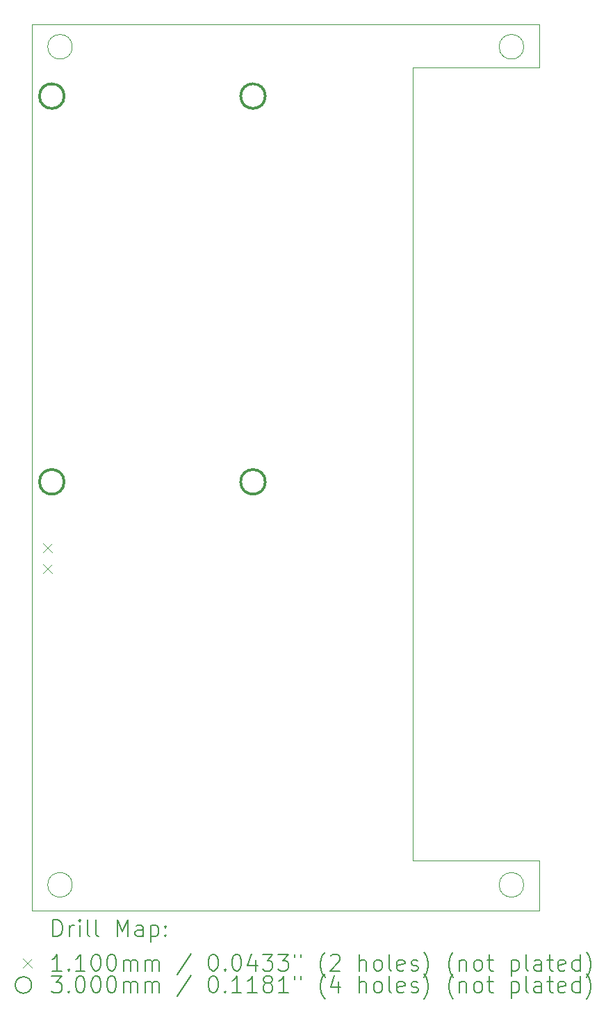
<source format=gbr>
%TF.GenerationSoftware,KiCad,Pcbnew,7.0.7*%
%TF.CreationDate,2024-02-25T20:38:04+01:00*%
%TF.ProjectId,TFT_tactil_screen,5446545f-7461-4637-9469-6c5f73637265,rev?*%
%TF.SameCoordinates,Original*%
%TF.FileFunction,Drillmap*%
%TF.FilePolarity,Positive*%
%FSLAX45Y45*%
G04 Gerber Fmt 4.5, Leading zero omitted, Abs format (unit mm)*
G04 Created by KiCad (PCBNEW 7.0.7) date 2024-02-25 20:38:04*
%MOMM*%
%LPD*%
G01*
G04 APERTURE LIST*
%ADD10C,0.100000*%
%ADD11C,0.200000*%
%ADD12C,0.110000*%
%ADD13C,0.300000*%
G04 APERTURE END LIST*
D10*
X3950000Y-3900000D02*
G75*
G03*
X3950000Y-3900000I-150000J0D01*
G01*
X9450000Y-3900000D02*
G75*
G03*
X9450000Y-3900000I-150000J0D01*
G01*
X3950000Y-14100000D02*
G75*
G03*
X3950000Y-14100000I-150000J0D01*
G01*
X9450000Y-14100000D02*
G75*
G03*
X9450000Y-14100000I-150000J0D01*
G01*
X9640000Y-3630000D02*
X3460000Y-3630000D01*
X9640000Y-4150000D02*
X9640000Y-3630000D01*
X8100000Y-4150000D02*
X9640000Y-4150000D01*
X8100000Y-13800000D02*
X8100000Y-4150000D01*
X9640000Y-13800000D02*
X8100000Y-13800000D01*
X9640000Y-14410000D02*
X9640000Y-13800000D01*
X3460000Y-14410000D02*
X9640000Y-14410000D01*
X3460000Y-3630000D02*
X3460000Y-14410000D01*
D11*
D12*
X3591000Y-9945000D02*
X3701000Y-10055000D01*
X3701000Y-9945000D02*
X3591000Y-10055000D01*
X3591000Y-10199000D02*
X3701000Y-10309000D01*
X3701000Y-10199000D02*
X3591000Y-10309000D01*
D13*
X3850000Y-4500000D02*
G75*
G03*
X3850000Y-4500000I-150000J0D01*
G01*
X3850000Y-9195000D02*
G75*
G03*
X3850000Y-9195000I-150000J0D01*
G01*
X6301000Y-4500000D02*
G75*
G03*
X6301000Y-4500000I-150000J0D01*
G01*
X6301000Y-9195000D02*
G75*
G03*
X6301000Y-9195000I-150000J0D01*
G01*
D11*
X3715777Y-14726484D02*
X3715777Y-14526484D01*
X3715777Y-14526484D02*
X3763396Y-14526484D01*
X3763396Y-14526484D02*
X3791967Y-14536008D01*
X3791967Y-14536008D02*
X3811015Y-14555055D01*
X3811015Y-14555055D02*
X3820539Y-14574103D01*
X3820539Y-14574103D02*
X3830062Y-14612198D01*
X3830062Y-14612198D02*
X3830062Y-14640769D01*
X3830062Y-14640769D02*
X3820539Y-14678865D01*
X3820539Y-14678865D02*
X3811015Y-14697912D01*
X3811015Y-14697912D02*
X3791967Y-14716960D01*
X3791967Y-14716960D02*
X3763396Y-14726484D01*
X3763396Y-14726484D02*
X3715777Y-14726484D01*
X3915777Y-14726484D02*
X3915777Y-14593150D01*
X3915777Y-14631246D02*
X3925301Y-14612198D01*
X3925301Y-14612198D02*
X3934824Y-14602674D01*
X3934824Y-14602674D02*
X3953872Y-14593150D01*
X3953872Y-14593150D02*
X3972920Y-14593150D01*
X4039586Y-14726484D02*
X4039586Y-14593150D01*
X4039586Y-14526484D02*
X4030062Y-14536008D01*
X4030062Y-14536008D02*
X4039586Y-14545531D01*
X4039586Y-14545531D02*
X4049110Y-14536008D01*
X4049110Y-14536008D02*
X4039586Y-14526484D01*
X4039586Y-14526484D02*
X4039586Y-14545531D01*
X4163396Y-14726484D02*
X4144348Y-14716960D01*
X4144348Y-14716960D02*
X4134824Y-14697912D01*
X4134824Y-14697912D02*
X4134824Y-14526484D01*
X4268158Y-14726484D02*
X4249110Y-14716960D01*
X4249110Y-14716960D02*
X4239586Y-14697912D01*
X4239586Y-14697912D02*
X4239586Y-14526484D01*
X4496729Y-14726484D02*
X4496729Y-14526484D01*
X4496729Y-14526484D02*
X4563396Y-14669341D01*
X4563396Y-14669341D02*
X4630063Y-14526484D01*
X4630063Y-14526484D02*
X4630063Y-14726484D01*
X4811015Y-14726484D02*
X4811015Y-14621722D01*
X4811015Y-14621722D02*
X4801491Y-14602674D01*
X4801491Y-14602674D02*
X4782444Y-14593150D01*
X4782444Y-14593150D02*
X4744348Y-14593150D01*
X4744348Y-14593150D02*
X4725301Y-14602674D01*
X4811015Y-14716960D02*
X4791967Y-14726484D01*
X4791967Y-14726484D02*
X4744348Y-14726484D01*
X4744348Y-14726484D02*
X4725301Y-14716960D01*
X4725301Y-14716960D02*
X4715777Y-14697912D01*
X4715777Y-14697912D02*
X4715777Y-14678865D01*
X4715777Y-14678865D02*
X4725301Y-14659817D01*
X4725301Y-14659817D02*
X4744348Y-14650293D01*
X4744348Y-14650293D02*
X4791967Y-14650293D01*
X4791967Y-14650293D02*
X4811015Y-14640769D01*
X4906253Y-14593150D02*
X4906253Y-14793150D01*
X4906253Y-14602674D02*
X4925301Y-14593150D01*
X4925301Y-14593150D02*
X4963396Y-14593150D01*
X4963396Y-14593150D02*
X4982444Y-14602674D01*
X4982444Y-14602674D02*
X4991967Y-14612198D01*
X4991967Y-14612198D02*
X5001491Y-14631246D01*
X5001491Y-14631246D02*
X5001491Y-14688388D01*
X5001491Y-14688388D02*
X4991967Y-14707436D01*
X4991967Y-14707436D02*
X4982444Y-14716960D01*
X4982444Y-14716960D02*
X4963396Y-14726484D01*
X4963396Y-14726484D02*
X4925301Y-14726484D01*
X4925301Y-14726484D02*
X4906253Y-14716960D01*
X5087205Y-14707436D02*
X5096729Y-14716960D01*
X5096729Y-14716960D02*
X5087205Y-14726484D01*
X5087205Y-14726484D02*
X5077682Y-14716960D01*
X5077682Y-14716960D02*
X5087205Y-14707436D01*
X5087205Y-14707436D02*
X5087205Y-14726484D01*
X5087205Y-14602674D02*
X5096729Y-14612198D01*
X5096729Y-14612198D02*
X5087205Y-14621722D01*
X5087205Y-14621722D02*
X5077682Y-14612198D01*
X5077682Y-14612198D02*
X5087205Y-14602674D01*
X5087205Y-14602674D02*
X5087205Y-14621722D01*
D12*
X3345000Y-15000000D02*
X3455000Y-15110000D01*
X3455000Y-15000000D02*
X3345000Y-15110000D01*
D11*
X3820539Y-15146484D02*
X3706253Y-15146484D01*
X3763396Y-15146484D02*
X3763396Y-14946484D01*
X3763396Y-14946484D02*
X3744348Y-14975055D01*
X3744348Y-14975055D02*
X3725301Y-14994103D01*
X3725301Y-14994103D02*
X3706253Y-15003627D01*
X3906253Y-15127436D02*
X3915777Y-15136960D01*
X3915777Y-15136960D02*
X3906253Y-15146484D01*
X3906253Y-15146484D02*
X3896729Y-15136960D01*
X3896729Y-15136960D02*
X3906253Y-15127436D01*
X3906253Y-15127436D02*
X3906253Y-15146484D01*
X4106253Y-15146484D02*
X3991967Y-15146484D01*
X4049110Y-15146484D02*
X4049110Y-14946484D01*
X4049110Y-14946484D02*
X4030062Y-14975055D01*
X4030062Y-14975055D02*
X4011015Y-14994103D01*
X4011015Y-14994103D02*
X3991967Y-15003627D01*
X4230063Y-14946484D02*
X4249110Y-14946484D01*
X4249110Y-14946484D02*
X4268158Y-14956008D01*
X4268158Y-14956008D02*
X4277682Y-14965531D01*
X4277682Y-14965531D02*
X4287205Y-14984579D01*
X4287205Y-14984579D02*
X4296729Y-15022674D01*
X4296729Y-15022674D02*
X4296729Y-15070293D01*
X4296729Y-15070293D02*
X4287205Y-15108388D01*
X4287205Y-15108388D02*
X4277682Y-15127436D01*
X4277682Y-15127436D02*
X4268158Y-15136960D01*
X4268158Y-15136960D02*
X4249110Y-15146484D01*
X4249110Y-15146484D02*
X4230063Y-15146484D01*
X4230063Y-15146484D02*
X4211015Y-15136960D01*
X4211015Y-15136960D02*
X4201491Y-15127436D01*
X4201491Y-15127436D02*
X4191967Y-15108388D01*
X4191967Y-15108388D02*
X4182443Y-15070293D01*
X4182443Y-15070293D02*
X4182443Y-15022674D01*
X4182443Y-15022674D02*
X4191967Y-14984579D01*
X4191967Y-14984579D02*
X4201491Y-14965531D01*
X4201491Y-14965531D02*
X4211015Y-14956008D01*
X4211015Y-14956008D02*
X4230063Y-14946484D01*
X4420539Y-14946484D02*
X4439586Y-14946484D01*
X4439586Y-14946484D02*
X4458634Y-14956008D01*
X4458634Y-14956008D02*
X4468158Y-14965531D01*
X4468158Y-14965531D02*
X4477682Y-14984579D01*
X4477682Y-14984579D02*
X4487205Y-15022674D01*
X4487205Y-15022674D02*
X4487205Y-15070293D01*
X4487205Y-15070293D02*
X4477682Y-15108388D01*
X4477682Y-15108388D02*
X4468158Y-15127436D01*
X4468158Y-15127436D02*
X4458634Y-15136960D01*
X4458634Y-15136960D02*
X4439586Y-15146484D01*
X4439586Y-15146484D02*
X4420539Y-15146484D01*
X4420539Y-15146484D02*
X4401491Y-15136960D01*
X4401491Y-15136960D02*
X4391967Y-15127436D01*
X4391967Y-15127436D02*
X4382444Y-15108388D01*
X4382444Y-15108388D02*
X4372920Y-15070293D01*
X4372920Y-15070293D02*
X4372920Y-15022674D01*
X4372920Y-15022674D02*
X4382444Y-14984579D01*
X4382444Y-14984579D02*
X4391967Y-14965531D01*
X4391967Y-14965531D02*
X4401491Y-14956008D01*
X4401491Y-14956008D02*
X4420539Y-14946484D01*
X4572920Y-15146484D02*
X4572920Y-15013150D01*
X4572920Y-15032198D02*
X4582444Y-15022674D01*
X4582444Y-15022674D02*
X4601491Y-15013150D01*
X4601491Y-15013150D02*
X4630063Y-15013150D01*
X4630063Y-15013150D02*
X4649110Y-15022674D01*
X4649110Y-15022674D02*
X4658634Y-15041722D01*
X4658634Y-15041722D02*
X4658634Y-15146484D01*
X4658634Y-15041722D02*
X4668158Y-15022674D01*
X4668158Y-15022674D02*
X4687205Y-15013150D01*
X4687205Y-15013150D02*
X4715777Y-15013150D01*
X4715777Y-15013150D02*
X4734825Y-15022674D01*
X4734825Y-15022674D02*
X4744348Y-15041722D01*
X4744348Y-15041722D02*
X4744348Y-15146484D01*
X4839586Y-15146484D02*
X4839586Y-15013150D01*
X4839586Y-15032198D02*
X4849110Y-15022674D01*
X4849110Y-15022674D02*
X4868158Y-15013150D01*
X4868158Y-15013150D02*
X4896729Y-15013150D01*
X4896729Y-15013150D02*
X4915777Y-15022674D01*
X4915777Y-15022674D02*
X4925301Y-15041722D01*
X4925301Y-15041722D02*
X4925301Y-15146484D01*
X4925301Y-15041722D02*
X4934825Y-15022674D01*
X4934825Y-15022674D02*
X4953872Y-15013150D01*
X4953872Y-15013150D02*
X4982444Y-15013150D01*
X4982444Y-15013150D02*
X5001491Y-15022674D01*
X5001491Y-15022674D02*
X5011015Y-15041722D01*
X5011015Y-15041722D02*
X5011015Y-15146484D01*
X5401491Y-14936960D02*
X5230063Y-15194103D01*
X5658634Y-14946484D02*
X5677682Y-14946484D01*
X5677682Y-14946484D02*
X5696729Y-14956008D01*
X5696729Y-14956008D02*
X5706253Y-14965531D01*
X5706253Y-14965531D02*
X5715777Y-14984579D01*
X5715777Y-14984579D02*
X5725301Y-15022674D01*
X5725301Y-15022674D02*
X5725301Y-15070293D01*
X5725301Y-15070293D02*
X5715777Y-15108388D01*
X5715777Y-15108388D02*
X5706253Y-15127436D01*
X5706253Y-15127436D02*
X5696729Y-15136960D01*
X5696729Y-15136960D02*
X5677682Y-15146484D01*
X5677682Y-15146484D02*
X5658634Y-15146484D01*
X5658634Y-15146484D02*
X5639586Y-15136960D01*
X5639586Y-15136960D02*
X5630063Y-15127436D01*
X5630063Y-15127436D02*
X5620539Y-15108388D01*
X5620539Y-15108388D02*
X5611015Y-15070293D01*
X5611015Y-15070293D02*
X5611015Y-15022674D01*
X5611015Y-15022674D02*
X5620539Y-14984579D01*
X5620539Y-14984579D02*
X5630063Y-14965531D01*
X5630063Y-14965531D02*
X5639586Y-14956008D01*
X5639586Y-14956008D02*
X5658634Y-14946484D01*
X5811015Y-15127436D02*
X5820539Y-15136960D01*
X5820539Y-15136960D02*
X5811015Y-15146484D01*
X5811015Y-15146484D02*
X5801491Y-15136960D01*
X5801491Y-15136960D02*
X5811015Y-15127436D01*
X5811015Y-15127436D02*
X5811015Y-15146484D01*
X5944348Y-14946484D02*
X5963396Y-14946484D01*
X5963396Y-14946484D02*
X5982444Y-14956008D01*
X5982444Y-14956008D02*
X5991967Y-14965531D01*
X5991967Y-14965531D02*
X6001491Y-14984579D01*
X6001491Y-14984579D02*
X6011015Y-15022674D01*
X6011015Y-15022674D02*
X6011015Y-15070293D01*
X6011015Y-15070293D02*
X6001491Y-15108388D01*
X6001491Y-15108388D02*
X5991967Y-15127436D01*
X5991967Y-15127436D02*
X5982444Y-15136960D01*
X5982444Y-15136960D02*
X5963396Y-15146484D01*
X5963396Y-15146484D02*
X5944348Y-15146484D01*
X5944348Y-15146484D02*
X5925301Y-15136960D01*
X5925301Y-15136960D02*
X5915777Y-15127436D01*
X5915777Y-15127436D02*
X5906253Y-15108388D01*
X5906253Y-15108388D02*
X5896729Y-15070293D01*
X5896729Y-15070293D02*
X5896729Y-15022674D01*
X5896729Y-15022674D02*
X5906253Y-14984579D01*
X5906253Y-14984579D02*
X5915777Y-14965531D01*
X5915777Y-14965531D02*
X5925301Y-14956008D01*
X5925301Y-14956008D02*
X5944348Y-14946484D01*
X6182444Y-15013150D02*
X6182444Y-15146484D01*
X6134825Y-14936960D02*
X6087206Y-15079817D01*
X6087206Y-15079817D02*
X6211015Y-15079817D01*
X6268158Y-14946484D02*
X6391967Y-14946484D01*
X6391967Y-14946484D02*
X6325301Y-15022674D01*
X6325301Y-15022674D02*
X6353872Y-15022674D01*
X6353872Y-15022674D02*
X6372920Y-15032198D01*
X6372920Y-15032198D02*
X6382444Y-15041722D01*
X6382444Y-15041722D02*
X6391967Y-15060769D01*
X6391967Y-15060769D02*
X6391967Y-15108388D01*
X6391967Y-15108388D02*
X6382444Y-15127436D01*
X6382444Y-15127436D02*
X6372920Y-15136960D01*
X6372920Y-15136960D02*
X6353872Y-15146484D01*
X6353872Y-15146484D02*
X6296729Y-15146484D01*
X6296729Y-15146484D02*
X6277682Y-15136960D01*
X6277682Y-15136960D02*
X6268158Y-15127436D01*
X6458634Y-14946484D02*
X6582444Y-14946484D01*
X6582444Y-14946484D02*
X6515777Y-15022674D01*
X6515777Y-15022674D02*
X6544348Y-15022674D01*
X6544348Y-15022674D02*
X6563396Y-15032198D01*
X6563396Y-15032198D02*
X6572920Y-15041722D01*
X6572920Y-15041722D02*
X6582444Y-15060769D01*
X6582444Y-15060769D02*
X6582444Y-15108388D01*
X6582444Y-15108388D02*
X6572920Y-15127436D01*
X6572920Y-15127436D02*
X6563396Y-15136960D01*
X6563396Y-15136960D02*
X6544348Y-15146484D01*
X6544348Y-15146484D02*
X6487206Y-15146484D01*
X6487206Y-15146484D02*
X6468158Y-15136960D01*
X6468158Y-15136960D02*
X6458634Y-15127436D01*
X6658634Y-14946484D02*
X6658634Y-14984579D01*
X6734825Y-14946484D02*
X6734825Y-14984579D01*
X7030063Y-15222674D02*
X7020539Y-15213150D01*
X7020539Y-15213150D02*
X7001491Y-15184579D01*
X7001491Y-15184579D02*
X6991968Y-15165531D01*
X6991968Y-15165531D02*
X6982444Y-15136960D01*
X6982444Y-15136960D02*
X6972920Y-15089341D01*
X6972920Y-15089341D02*
X6972920Y-15051246D01*
X6972920Y-15051246D02*
X6982444Y-15003627D01*
X6982444Y-15003627D02*
X6991968Y-14975055D01*
X6991968Y-14975055D02*
X7001491Y-14956008D01*
X7001491Y-14956008D02*
X7020539Y-14927436D01*
X7020539Y-14927436D02*
X7030063Y-14917912D01*
X7096729Y-14965531D02*
X7106253Y-14956008D01*
X7106253Y-14956008D02*
X7125301Y-14946484D01*
X7125301Y-14946484D02*
X7172920Y-14946484D01*
X7172920Y-14946484D02*
X7191968Y-14956008D01*
X7191968Y-14956008D02*
X7201491Y-14965531D01*
X7201491Y-14965531D02*
X7211015Y-14984579D01*
X7211015Y-14984579D02*
X7211015Y-15003627D01*
X7211015Y-15003627D02*
X7201491Y-15032198D01*
X7201491Y-15032198D02*
X7087206Y-15146484D01*
X7087206Y-15146484D02*
X7211015Y-15146484D01*
X7449110Y-15146484D02*
X7449110Y-14946484D01*
X7534825Y-15146484D02*
X7534825Y-15041722D01*
X7534825Y-15041722D02*
X7525301Y-15022674D01*
X7525301Y-15022674D02*
X7506253Y-15013150D01*
X7506253Y-15013150D02*
X7477682Y-15013150D01*
X7477682Y-15013150D02*
X7458634Y-15022674D01*
X7458634Y-15022674D02*
X7449110Y-15032198D01*
X7658634Y-15146484D02*
X7639587Y-15136960D01*
X7639587Y-15136960D02*
X7630063Y-15127436D01*
X7630063Y-15127436D02*
X7620539Y-15108388D01*
X7620539Y-15108388D02*
X7620539Y-15051246D01*
X7620539Y-15051246D02*
X7630063Y-15032198D01*
X7630063Y-15032198D02*
X7639587Y-15022674D01*
X7639587Y-15022674D02*
X7658634Y-15013150D01*
X7658634Y-15013150D02*
X7687206Y-15013150D01*
X7687206Y-15013150D02*
X7706253Y-15022674D01*
X7706253Y-15022674D02*
X7715777Y-15032198D01*
X7715777Y-15032198D02*
X7725301Y-15051246D01*
X7725301Y-15051246D02*
X7725301Y-15108388D01*
X7725301Y-15108388D02*
X7715777Y-15127436D01*
X7715777Y-15127436D02*
X7706253Y-15136960D01*
X7706253Y-15136960D02*
X7687206Y-15146484D01*
X7687206Y-15146484D02*
X7658634Y-15146484D01*
X7839587Y-15146484D02*
X7820539Y-15136960D01*
X7820539Y-15136960D02*
X7811015Y-15117912D01*
X7811015Y-15117912D02*
X7811015Y-14946484D01*
X7991968Y-15136960D02*
X7972920Y-15146484D01*
X7972920Y-15146484D02*
X7934825Y-15146484D01*
X7934825Y-15146484D02*
X7915777Y-15136960D01*
X7915777Y-15136960D02*
X7906253Y-15117912D01*
X7906253Y-15117912D02*
X7906253Y-15041722D01*
X7906253Y-15041722D02*
X7915777Y-15022674D01*
X7915777Y-15022674D02*
X7934825Y-15013150D01*
X7934825Y-15013150D02*
X7972920Y-15013150D01*
X7972920Y-15013150D02*
X7991968Y-15022674D01*
X7991968Y-15022674D02*
X8001491Y-15041722D01*
X8001491Y-15041722D02*
X8001491Y-15060769D01*
X8001491Y-15060769D02*
X7906253Y-15079817D01*
X8077682Y-15136960D02*
X8096730Y-15146484D01*
X8096730Y-15146484D02*
X8134825Y-15146484D01*
X8134825Y-15146484D02*
X8153872Y-15136960D01*
X8153872Y-15136960D02*
X8163396Y-15117912D01*
X8163396Y-15117912D02*
X8163396Y-15108388D01*
X8163396Y-15108388D02*
X8153872Y-15089341D01*
X8153872Y-15089341D02*
X8134825Y-15079817D01*
X8134825Y-15079817D02*
X8106253Y-15079817D01*
X8106253Y-15079817D02*
X8087206Y-15070293D01*
X8087206Y-15070293D02*
X8077682Y-15051246D01*
X8077682Y-15051246D02*
X8077682Y-15041722D01*
X8077682Y-15041722D02*
X8087206Y-15022674D01*
X8087206Y-15022674D02*
X8106253Y-15013150D01*
X8106253Y-15013150D02*
X8134825Y-15013150D01*
X8134825Y-15013150D02*
X8153872Y-15022674D01*
X8230063Y-15222674D02*
X8239587Y-15213150D01*
X8239587Y-15213150D02*
X8258634Y-15184579D01*
X8258634Y-15184579D02*
X8268158Y-15165531D01*
X8268158Y-15165531D02*
X8277682Y-15136960D01*
X8277682Y-15136960D02*
X8287206Y-15089341D01*
X8287206Y-15089341D02*
X8287206Y-15051246D01*
X8287206Y-15051246D02*
X8277682Y-15003627D01*
X8277682Y-15003627D02*
X8268158Y-14975055D01*
X8268158Y-14975055D02*
X8258634Y-14956008D01*
X8258634Y-14956008D02*
X8239587Y-14927436D01*
X8239587Y-14927436D02*
X8230063Y-14917912D01*
X8591968Y-15222674D02*
X8582444Y-15213150D01*
X8582444Y-15213150D02*
X8563396Y-15184579D01*
X8563396Y-15184579D02*
X8553873Y-15165531D01*
X8553873Y-15165531D02*
X8544349Y-15136960D01*
X8544349Y-15136960D02*
X8534825Y-15089341D01*
X8534825Y-15089341D02*
X8534825Y-15051246D01*
X8534825Y-15051246D02*
X8544349Y-15003627D01*
X8544349Y-15003627D02*
X8553873Y-14975055D01*
X8553873Y-14975055D02*
X8563396Y-14956008D01*
X8563396Y-14956008D02*
X8582444Y-14927436D01*
X8582444Y-14927436D02*
X8591968Y-14917912D01*
X8668158Y-15013150D02*
X8668158Y-15146484D01*
X8668158Y-15032198D02*
X8677682Y-15022674D01*
X8677682Y-15022674D02*
X8696730Y-15013150D01*
X8696730Y-15013150D02*
X8725301Y-15013150D01*
X8725301Y-15013150D02*
X8744349Y-15022674D01*
X8744349Y-15022674D02*
X8753873Y-15041722D01*
X8753873Y-15041722D02*
X8753873Y-15146484D01*
X8877682Y-15146484D02*
X8858634Y-15136960D01*
X8858634Y-15136960D02*
X8849111Y-15127436D01*
X8849111Y-15127436D02*
X8839587Y-15108388D01*
X8839587Y-15108388D02*
X8839587Y-15051246D01*
X8839587Y-15051246D02*
X8849111Y-15032198D01*
X8849111Y-15032198D02*
X8858634Y-15022674D01*
X8858634Y-15022674D02*
X8877682Y-15013150D01*
X8877682Y-15013150D02*
X8906254Y-15013150D01*
X8906254Y-15013150D02*
X8925301Y-15022674D01*
X8925301Y-15022674D02*
X8934825Y-15032198D01*
X8934825Y-15032198D02*
X8944349Y-15051246D01*
X8944349Y-15051246D02*
X8944349Y-15108388D01*
X8944349Y-15108388D02*
X8934825Y-15127436D01*
X8934825Y-15127436D02*
X8925301Y-15136960D01*
X8925301Y-15136960D02*
X8906254Y-15146484D01*
X8906254Y-15146484D02*
X8877682Y-15146484D01*
X9001492Y-15013150D02*
X9077682Y-15013150D01*
X9030063Y-14946484D02*
X9030063Y-15117912D01*
X9030063Y-15117912D02*
X9039587Y-15136960D01*
X9039587Y-15136960D02*
X9058634Y-15146484D01*
X9058634Y-15146484D02*
X9077682Y-15146484D01*
X9296730Y-15013150D02*
X9296730Y-15213150D01*
X9296730Y-15022674D02*
X9315777Y-15013150D01*
X9315777Y-15013150D02*
X9353873Y-15013150D01*
X9353873Y-15013150D02*
X9372920Y-15022674D01*
X9372920Y-15022674D02*
X9382444Y-15032198D01*
X9382444Y-15032198D02*
X9391968Y-15051246D01*
X9391968Y-15051246D02*
X9391968Y-15108388D01*
X9391968Y-15108388D02*
X9382444Y-15127436D01*
X9382444Y-15127436D02*
X9372920Y-15136960D01*
X9372920Y-15136960D02*
X9353873Y-15146484D01*
X9353873Y-15146484D02*
X9315777Y-15146484D01*
X9315777Y-15146484D02*
X9296730Y-15136960D01*
X9506254Y-15146484D02*
X9487206Y-15136960D01*
X9487206Y-15136960D02*
X9477682Y-15117912D01*
X9477682Y-15117912D02*
X9477682Y-14946484D01*
X9668158Y-15146484D02*
X9668158Y-15041722D01*
X9668158Y-15041722D02*
X9658635Y-15022674D01*
X9658635Y-15022674D02*
X9639587Y-15013150D01*
X9639587Y-15013150D02*
X9601492Y-15013150D01*
X9601492Y-15013150D02*
X9582444Y-15022674D01*
X9668158Y-15136960D02*
X9649111Y-15146484D01*
X9649111Y-15146484D02*
X9601492Y-15146484D01*
X9601492Y-15146484D02*
X9582444Y-15136960D01*
X9582444Y-15136960D02*
X9572920Y-15117912D01*
X9572920Y-15117912D02*
X9572920Y-15098865D01*
X9572920Y-15098865D02*
X9582444Y-15079817D01*
X9582444Y-15079817D02*
X9601492Y-15070293D01*
X9601492Y-15070293D02*
X9649111Y-15070293D01*
X9649111Y-15070293D02*
X9668158Y-15060769D01*
X9734825Y-15013150D02*
X9811015Y-15013150D01*
X9763396Y-14946484D02*
X9763396Y-15117912D01*
X9763396Y-15117912D02*
X9772920Y-15136960D01*
X9772920Y-15136960D02*
X9791968Y-15146484D01*
X9791968Y-15146484D02*
X9811015Y-15146484D01*
X9953873Y-15136960D02*
X9934825Y-15146484D01*
X9934825Y-15146484D02*
X9896730Y-15146484D01*
X9896730Y-15146484D02*
X9877682Y-15136960D01*
X9877682Y-15136960D02*
X9868158Y-15117912D01*
X9868158Y-15117912D02*
X9868158Y-15041722D01*
X9868158Y-15041722D02*
X9877682Y-15022674D01*
X9877682Y-15022674D02*
X9896730Y-15013150D01*
X9896730Y-15013150D02*
X9934825Y-15013150D01*
X9934825Y-15013150D02*
X9953873Y-15022674D01*
X9953873Y-15022674D02*
X9963396Y-15041722D01*
X9963396Y-15041722D02*
X9963396Y-15060769D01*
X9963396Y-15060769D02*
X9868158Y-15079817D01*
X10134825Y-15146484D02*
X10134825Y-14946484D01*
X10134825Y-15136960D02*
X10115777Y-15146484D01*
X10115777Y-15146484D02*
X10077682Y-15146484D01*
X10077682Y-15146484D02*
X10058635Y-15136960D01*
X10058635Y-15136960D02*
X10049111Y-15127436D01*
X10049111Y-15127436D02*
X10039587Y-15108388D01*
X10039587Y-15108388D02*
X10039587Y-15051246D01*
X10039587Y-15051246D02*
X10049111Y-15032198D01*
X10049111Y-15032198D02*
X10058635Y-15022674D01*
X10058635Y-15022674D02*
X10077682Y-15013150D01*
X10077682Y-15013150D02*
X10115777Y-15013150D01*
X10115777Y-15013150D02*
X10134825Y-15022674D01*
X10211016Y-15222674D02*
X10220539Y-15213150D01*
X10220539Y-15213150D02*
X10239587Y-15184579D01*
X10239587Y-15184579D02*
X10249111Y-15165531D01*
X10249111Y-15165531D02*
X10258635Y-15136960D01*
X10258635Y-15136960D02*
X10268158Y-15089341D01*
X10268158Y-15089341D02*
X10268158Y-15051246D01*
X10268158Y-15051246D02*
X10258635Y-15003627D01*
X10258635Y-15003627D02*
X10249111Y-14975055D01*
X10249111Y-14975055D02*
X10239587Y-14956008D01*
X10239587Y-14956008D02*
X10220539Y-14927436D01*
X10220539Y-14927436D02*
X10211016Y-14917912D01*
X3455000Y-15319000D02*
G75*
G03*
X3455000Y-15319000I-100000J0D01*
G01*
X3696729Y-15210484D02*
X3820539Y-15210484D01*
X3820539Y-15210484D02*
X3753872Y-15286674D01*
X3753872Y-15286674D02*
X3782443Y-15286674D01*
X3782443Y-15286674D02*
X3801491Y-15296198D01*
X3801491Y-15296198D02*
X3811015Y-15305722D01*
X3811015Y-15305722D02*
X3820539Y-15324769D01*
X3820539Y-15324769D02*
X3820539Y-15372388D01*
X3820539Y-15372388D02*
X3811015Y-15391436D01*
X3811015Y-15391436D02*
X3801491Y-15400960D01*
X3801491Y-15400960D02*
X3782443Y-15410484D01*
X3782443Y-15410484D02*
X3725301Y-15410484D01*
X3725301Y-15410484D02*
X3706253Y-15400960D01*
X3706253Y-15400960D02*
X3696729Y-15391436D01*
X3906253Y-15391436D02*
X3915777Y-15400960D01*
X3915777Y-15400960D02*
X3906253Y-15410484D01*
X3906253Y-15410484D02*
X3896729Y-15400960D01*
X3896729Y-15400960D02*
X3906253Y-15391436D01*
X3906253Y-15391436D02*
X3906253Y-15410484D01*
X4039586Y-15210484D02*
X4058634Y-15210484D01*
X4058634Y-15210484D02*
X4077682Y-15220008D01*
X4077682Y-15220008D02*
X4087205Y-15229531D01*
X4087205Y-15229531D02*
X4096729Y-15248579D01*
X4096729Y-15248579D02*
X4106253Y-15286674D01*
X4106253Y-15286674D02*
X4106253Y-15334293D01*
X4106253Y-15334293D02*
X4096729Y-15372388D01*
X4096729Y-15372388D02*
X4087205Y-15391436D01*
X4087205Y-15391436D02*
X4077682Y-15400960D01*
X4077682Y-15400960D02*
X4058634Y-15410484D01*
X4058634Y-15410484D02*
X4039586Y-15410484D01*
X4039586Y-15410484D02*
X4020539Y-15400960D01*
X4020539Y-15400960D02*
X4011015Y-15391436D01*
X4011015Y-15391436D02*
X4001491Y-15372388D01*
X4001491Y-15372388D02*
X3991967Y-15334293D01*
X3991967Y-15334293D02*
X3991967Y-15286674D01*
X3991967Y-15286674D02*
X4001491Y-15248579D01*
X4001491Y-15248579D02*
X4011015Y-15229531D01*
X4011015Y-15229531D02*
X4020539Y-15220008D01*
X4020539Y-15220008D02*
X4039586Y-15210484D01*
X4230063Y-15210484D02*
X4249110Y-15210484D01*
X4249110Y-15210484D02*
X4268158Y-15220008D01*
X4268158Y-15220008D02*
X4277682Y-15229531D01*
X4277682Y-15229531D02*
X4287205Y-15248579D01*
X4287205Y-15248579D02*
X4296729Y-15286674D01*
X4296729Y-15286674D02*
X4296729Y-15334293D01*
X4296729Y-15334293D02*
X4287205Y-15372388D01*
X4287205Y-15372388D02*
X4277682Y-15391436D01*
X4277682Y-15391436D02*
X4268158Y-15400960D01*
X4268158Y-15400960D02*
X4249110Y-15410484D01*
X4249110Y-15410484D02*
X4230063Y-15410484D01*
X4230063Y-15410484D02*
X4211015Y-15400960D01*
X4211015Y-15400960D02*
X4201491Y-15391436D01*
X4201491Y-15391436D02*
X4191967Y-15372388D01*
X4191967Y-15372388D02*
X4182443Y-15334293D01*
X4182443Y-15334293D02*
X4182443Y-15286674D01*
X4182443Y-15286674D02*
X4191967Y-15248579D01*
X4191967Y-15248579D02*
X4201491Y-15229531D01*
X4201491Y-15229531D02*
X4211015Y-15220008D01*
X4211015Y-15220008D02*
X4230063Y-15210484D01*
X4420539Y-15210484D02*
X4439586Y-15210484D01*
X4439586Y-15210484D02*
X4458634Y-15220008D01*
X4458634Y-15220008D02*
X4468158Y-15229531D01*
X4468158Y-15229531D02*
X4477682Y-15248579D01*
X4477682Y-15248579D02*
X4487205Y-15286674D01*
X4487205Y-15286674D02*
X4487205Y-15334293D01*
X4487205Y-15334293D02*
X4477682Y-15372388D01*
X4477682Y-15372388D02*
X4468158Y-15391436D01*
X4468158Y-15391436D02*
X4458634Y-15400960D01*
X4458634Y-15400960D02*
X4439586Y-15410484D01*
X4439586Y-15410484D02*
X4420539Y-15410484D01*
X4420539Y-15410484D02*
X4401491Y-15400960D01*
X4401491Y-15400960D02*
X4391967Y-15391436D01*
X4391967Y-15391436D02*
X4382444Y-15372388D01*
X4382444Y-15372388D02*
X4372920Y-15334293D01*
X4372920Y-15334293D02*
X4372920Y-15286674D01*
X4372920Y-15286674D02*
X4382444Y-15248579D01*
X4382444Y-15248579D02*
X4391967Y-15229531D01*
X4391967Y-15229531D02*
X4401491Y-15220008D01*
X4401491Y-15220008D02*
X4420539Y-15210484D01*
X4572920Y-15410484D02*
X4572920Y-15277150D01*
X4572920Y-15296198D02*
X4582444Y-15286674D01*
X4582444Y-15286674D02*
X4601491Y-15277150D01*
X4601491Y-15277150D02*
X4630063Y-15277150D01*
X4630063Y-15277150D02*
X4649110Y-15286674D01*
X4649110Y-15286674D02*
X4658634Y-15305722D01*
X4658634Y-15305722D02*
X4658634Y-15410484D01*
X4658634Y-15305722D02*
X4668158Y-15286674D01*
X4668158Y-15286674D02*
X4687205Y-15277150D01*
X4687205Y-15277150D02*
X4715777Y-15277150D01*
X4715777Y-15277150D02*
X4734825Y-15286674D01*
X4734825Y-15286674D02*
X4744348Y-15305722D01*
X4744348Y-15305722D02*
X4744348Y-15410484D01*
X4839586Y-15410484D02*
X4839586Y-15277150D01*
X4839586Y-15296198D02*
X4849110Y-15286674D01*
X4849110Y-15286674D02*
X4868158Y-15277150D01*
X4868158Y-15277150D02*
X4896729Y-15277150D01*
X4896729Y-15277150D02*
X4915777Y-15286674D01*
X4915777Y-15286674D02*
X4925301Y-15305722D01*
X4925301Y-15305722D02*
X4925301Y-15410484D01*
X4925301Y-15305722D02*
X4934825Y-15286674D01*
X4934825Y-15286674D02*
X4953872Y-15277150D01*
X4953872Y-15277150D02*
X4982444Y-15277150D01*
X4982444Y-15277150D02*
X5001491Y-15286674D01*
X5001491Y-15286674D02*
X5011015Y-15305722D01*
X5011015Y-15305722D02*
X5011015Y-15410484D01*
X5401491Y-15200960D02*
X5230063Y-15458103D01*
X5658634Y-15210484D02*
X5677682Y-15210484D01*
X5677682Y-15210484D02*
X5696729Y-15220008D01*
X5696729Y-15220008D02*
X5706253Y-15229531D01*
X5706253Y-15229531D02*
X5715777Y-15248579D01*
X5715777Y-15248579D02*
X5725301Y-15286674D01*
X5725301Y-15286674D02*
X5725301Y-15334293D01*
X5725301Y-15334293D02*
X5715777Y-15372388D01*
X5715777Y-15372388D02*
X5706253Y-15391436D01*
X5706253Y-15391436D02*
X5696729Y-15400960D01*
X5696729Y-15400960D02*
X5677682Y-15410484D01*
X5677682Y-15410484D02*
X5658634Y-15410484D01*
X5658634Y-15410484D02*
X5639586Y-15400960D01*
X5639586Y-15400960D02*
X5630063Y-15391436D01*
X5630063Y-15391436D02*
X5620539Y-15372388D01*
X5620539Y-15372388D02*
X5611015Y-15334293D01*
X5611015Y-15334293D02*
X5611015Y-15286674D01*
X5611015Y-15286674D02*
X5620539Y-15248579D01*
X5620539Y-15248579D02*
X5630063Y-15229531D01*
X5630063Y-15229531D02*
X5639586Y-15220008D01*
X5639586Y-15220008D02*
X5658634Y-15210484D01*
X5811015Y-15391436D02*
X5820539Y-15400960D01*
X5820539Y-15400960D02*
X5811015Y-15410484D01*
X5811015Y-15410484D02*
X5801491Y-15400960D01*
X5801491Y-15400960D02*
X5811015Y-15391436D01*
X5811015Y-15391436D02*
X5811015Y-15410484D01*
X6011015Y-15410484D02*
X5896729Y-15410484D01*
X5953872Y-15410484D02*
X5953872Y-15210484D01*
X5953872Y-15210484D02*
X5934825Y-15239055D01*
X5934825Y-15239055D02*
X5915777Y-15258103D01*
X5915777Y-15258103D02*
X5896729Y-15267627D01*
X6201491Y-15410484D02*
X6087206Y-15410484D01*
X6144348Y-15410484D02*
X6144348Y-15210484D01*
X6144348Y-15210484D02*
X6125301Y-15239055D01*
X6125301Y-15239055D02*
X6106253Y-15258103D01*
X6106253Y-15258103D02*
X6087206Y-15267627D01*
X6315777Y-15296198D02*
X6296729Y-15286674D01*
X6296729Y-15286674D02*
X6287206Y-15277150D01*
X6287206Y-15277150D02*
X6277682Y-15258103D01*
X6277682Y-15258103D02*
X6277682Y-15248579D01*
X6277682Y-15248579D02*
X6287206Y-15229531D01*
X6287206Y-15229531D02*
X6296729Y-15220008D01*
X6296729Y-15220008D02*
X6315777Y-15210484D01*
X6315777Y-15210484D02*
X6353872Y-15210484D01*
X6353872Y-15210484D02*
X6372920Y-15220008D01*
X6372920Y-15220008D02*
X6382444Y-15229531D01*
X6382444Y-15229531D02*
X6391967Y-15248579D01*
X6391967Y-15248579D02*
X6391967Y-15258103D01*
X6391967Y-15258103D02*
X6382444Y-15277150D01*
X6382444Y-15277150D02*
X6372920Y-15286674D01*
X6372920Y-15286674D02*
X6353872Y-15296198D01*
X6353872Y-15296198D02*
X6315777Y-15296198D01*
X6315777Y-15296198D02*
X6296729Y-15305722D01*
X6296729Y-15305722D02*
X6287206Y-15315246D01*
X6287206Y-15315246D02*
X6277682Y-15334293D01*
X6277682Y-15334293D02*
X6277682Y-15372388D01*
X6277682Y-15372388D02*
X6287206Y-15391436D01*
X6287206Y-15391436D02*
X6296729Y-15400960D01*
X6296729Y-15400960D02*
X6315777Y-15410484D01*
X6315777Y-15410484D02*
X6353872Y-15410484D01*
X6353872Y-15410484D02*
X6372920Y-15400960D01*
X6372920Y-15400960D02*
X6382444Y-15391436D01*
X6382444Y-15391436D02*
X6391967Y-15372388D01*
X6391967Y-15372388D02*
X6391967Y-15334293D01*
X6391967Y-15334293D02*
X6382444Y-15315246D01*
X6382444Y-15315246D02*
X6372920Y-15305722D01*
X6372920Y-15305722D02*
X6353872Y-15296198D01*
X6582444Y-15410484D02*
X6468158Y-15410484D01*
X6525301Y-15410484D02*
X6525301Y-15210484D01*
X6525301Y-15210484D02*
X6506253Y-15239055D01*
X6506253Y-15239055D02*
X6487206Y-15258103D01*
X6487206Y-15258103D02*
X6468158Y-15267627D01*
X6658634Y-15210484D02*
X6658634Y-15248579D01*
X6734825Y-15210484D02*
X6734825Y-15248579D01*
X7030063Y-15486674D02*
X7020539Y-15477150D01*
X7020539Y-15477150D02*
X7001491Y-15448579D01*
X7001491Y-15448579D02*
X6991968Y-15429531D01*
X6991968Y-15429531D02*
X6982444Y-15400960D01*
X6982444Y-15400960D02*
X6972920Y-15353341D01*
X6972920Y-15353341D02*
X6972920Y-15315246D01*
X6972920Y-15315246D02*
X6982444Y-15267627D01*
X6982444Y-15267627D02*
X6991968Y-15239055D01*
X6991968Y-15239055D02*
X7001491Y-15220008D01*
X7001491Y-15220008D02*
X7020539Y-15191436D01*
X7020539Y-15191436D02*
X7030063Y-15181912D01*
X7191968Y-15277150D02*
X7191968Y-15410484D01*
X7144348Y-15200960D02*
X7096729Y-15343817D01*
X7096729Y-15343817D02*
X7220539Y-15343817D01*
X7449110Y-15410484D02*
X7449110Y-15210484D01*
X7534825Y-15410484D02*
X7534825Y-15305722D01*
X7534825Y-15305722D02*
X7525301Y-15286674D01*
X7525301Y-15286674D02*
X7506253Y-15277150D01*
X7506253Y-15277150D02*
X7477682Y-15277150D01*
X7477682Y-15277150D02*
X7458634Y-15286674D01*
X7458634Y-15286674D02*
X7449110Y-15296198D01*
X7658634Y-15410484D02*
X7639587Y-15400960D01*
X7639587Y-15400960D02*
X7630063Y-15391436D01*
X7630063Y-15391436D02*
X7620539Y-15372388D01*
X7620539Y-15372388D02*
X7620539Y-15315246D01*
X7620539Y-15315246D02*
X7630063Y-15296198D01*
X7630063Y-15296198D02*
X7639587Y-15286674D01*
X7639587Y-15286674D02*
X7658634Y-15277150D01*
X7658634Y-15277150D02*
X7687206Y-15277150D01*
X7687206Y-15277150D02*
X7706253Y-15286674D01*
X7706253Y-15286674D02*
X7715777Y-15296198D01*
X7715777Y-15296198D02*
X7725301Y-15315246D01*
X7725301Y-15315246D02*
X7725301Y-15372388D01*
X7725301Y-15372388D02*
X7715777Y-15391436D01*
X7715777Y-15391436D02*
X7706253Y-15400960D01*
X7706253Y-15400960D02*
X7687206Y-15410484D01*
X7687206Y-15410484D02*
X7658634Y-15410484D01*
X7839587Y-15410484D02*
X7820539Y-15400960D01*
X7820539Y-15400960D02*
X7811015Y-15381912D01*
X7811015Y-15381912D02*
X7811015Y-15210484D01*
X7991968Y-15400960D02*
X7972920Y-15410484D01*
X7972920Y-15410484D02*
X7934825Y-15410484D01*
X7934825Y-15410484D02*
X7915777Y-15400960D01*
X7915777Y-15400960D02*
X7906253Y-15381912D01*
X7906253Y-15381912D02*
X7906253Y-15305722D01*
X7906253Y-15305722D02*
X7915777Y-15286674D01*
X7915777Y-15286674D02*
X7934825Y-15277150D01*
X7934825Y-15277150D02*
X7972920Y-15277150D01*
X7972920Y-15277150D02*
X7991968Y-15286674D01*
X7991968Y-15286674D02*
X8001491Y-15305722D01*
X8001491Y-15305722D02*
X8001491Y-15324769D01*
X8001491Y-15324769D02*
X7906253Y-15343817D01*
X8077682Y-15400960D02*
X8096730Y-15410484D01*
X8096730Y-15410484D02*
X8134825Y-15410484D01*
X8134825Y-15410484D02*
X8153872Y-15400960D01*
X8153872Y-15400960D02*
X8163396Y-15381912D01*
X8163396Y-15381912D02*
X8163396Y-15372388D01*
X8163396Y-15372388D02*
X8153872Y-15353341D01*
X8153872Y-15353341D02*
X8134825Y-15343817D01*
X8134825Y-15343817D02*
X8106253Y-15343817D01*
X8106253Y-15343817D02*
X8087206Y-15334293D01*
X8087206Y-15334293D02*
X8077682Y-15315246D01*
X8077682Y-15315246D02*
X8077682Y-15305722D01*
X8077682Y-15305722D02*
X8087206Y-15286674D01*
X8087206Y-15286674D02*
X8106253Y-15277150D01*
X8106253Y-15277150D02*
X8134825Y-15277150D01*
X8134825Y-15277150D02*
X8153872Y-15286674D01*
X8230063Y-15486674D02*
X8239587Y-15477150D01*
X8239587Y-15477150D02*
X8258634Y-15448579D01*
X8258634Y-15448579D02*
X8268158Y-15429531D01*
X8268158Y-15429531D02*
X8277682Y-15400960D01*
X8277682Y-15400960D02*
X8287206Y-15353341D01*
X8287206Y-15353341D02*
X8287206Y-15315246D01*
X8287206Y-15315246D02*
X8277682Y-15267627D01*
X8277682Y-15267627D02*
X8268158Y-15239055D01*
X8268158Y-15239055D02*
X8258634Y-15220008D01*
X8258634Y-15220008D02*
X8239587Y-15191436D01*
X8239587Y-15191436D02*
X8230063Y-15181912D01*
X8591968Y-15486674D02*
X8582444Y-15477150D01*
X8582444Y-15477150D02*
X8563396Y-15448579D01*
X8563396Y-15448579D02*
X8553873Y-15429531D01*
X8553873Y-15429531D02*
X8544349Y-15400960D01*
X8544349Y-15400960D02*
X8534825Y-15353341D01*
X8534825Y-15353341D02*
X8534825Y-15315246D01*
X8534825Y-15315246D02*
X8544349Y-15267627D01*
X8544349Y-15267627D02*
X8553873Y-15239055D01*
X8553873Y-15239055D02*
X8563396Y-15220008D01*
X8563396Y-15220008D02*
X8582444Y-15191436D01*
X8582444Y-15191436D02*
X8591968Y-15181912D01*
X8668158Y-15277150D02*
X8668158Y-15410484D01*
X8668158Y-15296198D02*
X8677682Y-15286674D01*
X8677682Y-15286674D02*
X8696730Y-15277150D01*
X8696730Y-15277150D02*
X8725301Y-15277150D01*
X8725301Y-15277150D02*
X8744349Y-15286674D01*
X8744349Y-15286674D02*
X8753873Y-15305722D01*
X8753873Y-15305722D02*
X8753873Y-15410484D01*
X8877682Y-15410484D02*
X8858634Y-15400960D01*
X8858634Y-15400960D02*
X8849111Y-15391436D01*
X8849111Y-15391436D02*
X8839587Y-15372388D01*
X8839587Y-15372388D02*
X8839587Y-15315246D01*
X8839587Y-15315246D02*
X8849111Y-15296198D01*
X8849111Y-15296198D02*
X8858634Y-15286674D01*
X8858634Y-15286674D02*
X8877682Y-15277150D01*
X8877682Y-15277150D02*
X8906254Y-15277150D01*
X8906254Y-15277150D02*
X8925301Y-15286674D01*
X8925301Y-15286674D02*
X8934825Y-15296198D01*
X8934825Y-15296198D02*
X8944349Y-15315246D01*
X8944349Y-15315246D02*
X8944349Y-15372388D01*
X8944349Y-15372388D02*
X8934825Y-15391436D01*
X8934825Y-15391436D02*
X8925301Y-15400960D01*
X8925301Y-15400960D02*
X8906254Y-15410484D01*
X8906254Y-15410484D02*
X8877682Y-15410484D01*
X9001492Y-15277150D02*
X9077682Y-15277150D01*
X9030063Y-15210484D02*
X9030063Y-15381912D01*
X9030063Y-15381912D02*
X9039587Y-15400960D01*
X9039587Y-15400960D02*
X9058634Y-15410484D01*
X9058634Y-15410484D02*
X9077682Y-15410484D01*
X9296730Y-15277150D02*
X9296730Y-15477150D01*
X9296730Y-15286674D02*
X9315777Y-15277150D01*
X9315777Y-15277150D02*
X9353873Y-15277150D01*
X9353873Y-15277150D02*
X9372920Y-15286674D01*
X9372920Y-15286674D02*
X9382444Y-15296198D01*
X9382444Y-15296198D02*
X9391968Y-15315246D01*
X9391968Y-15315246D02*
X9391968Y-15372388D01*
X9391968Y-15372388D02*
X9382444Y-15391436D01*
X9382444Y-15391436D02*
X9372920Y-15400960D01*
X9372920Y-15400960D02*
X9353873Y-15410484D01*
X9353873Y-15410484D02*
X9315777Y-15410484D01*
X9315777Y-15410484D02*
X9296730Y-15400960D01*
X9506254Y-15410484D02*
X9487206Y-15400960D01*
X9487206Y-15400960D02*
X9477682Y-15381912D01*
X9477682Y-15381912D02*
X9477682Y-15210484D01*
X9668158Y-15410484D02*
X9668158Y-15305722D01*
X9668158Y-15305722D02*
X9658635Y-15286674D01*
X9658635Y-15286674D02*
X9639587Y-15277150D01*
X9639587Y-15277150D02*
X9601492Y-15277150D01*
X9601492Y-15277150D02*
X9582444Y-15286674D01*
X9668158Y-15400960D02*
X9649111Y-15410484D01*
X9649111Y-15410484D02*
X9601492Y-15410484D01*
X9601492Y-15410484D02*
X9582444Y-15400960D01*
X9582444Y-15400960D02*
X9572920Y-15381912D01*
X9572920Y-15381912D02*
X9572920Y-15362865D01*
X9572920Y-15362865D02*
X9582444Y-15343817D01*
X9582444Y-15343817D02*
X9601492Y-15334293D01*
X9601492Y-15334293D02*
X9649111Y-15334293D01*
X9649111Y-15334293D02*
X9668158Y-15324769D01*
X9734825Y-15277150D02*
X9811015Y-15277150D01*
X9763396Y-15210484D02*
X9763396Y-15381912D01*
X9763396Y-15381912D02*
X9772920Y-15400960D01*
X9772920Y-15400960D02*
X9791968Y-15410484D01*
X9791968Y-15410484D02*
X9811015Y-15410484D01*
X9953873Y-15400960D02*
X9934825Y-15410484D01*
X9934825Y-15410484D02*
X9896730Y-15410484D01*
X9896730Y-15410484D02*
X9877682Y-15400960D01*
X9877682Y-15400960D02*
X9868158Y-15381912D01*
X9868158Y-15381912D02*
X9868158Y-15305722D01*
X9868158Y-15305722D02*
X9877682Y-15286674D01*
X9877682Y-15286674D02*
X9896730Y-15277150D01*
X9896730Y-15277150D02*
X9934825Y-15277150D01*
X9934825Y-15277150D02*
X9953873Y-15286674D01*
X9953873Y-15286674D02*
X9963396Y-15305722D01*
X9963396Y-15305722D02*
X9963396Y-15324769D01*
X9963396Y-15324769D02*
X9868158Y-15343817D01*
X10134825Y-15410484D02*
X10134825Y-15210484D01*
X10134825Y-15400960D02*
X10115777Y-15410484D01*
X10115777Y-15410484D02*
X10077682Y-15410484D01*
X10077682Y-15410484D02*
X10058635Y-15400960D01*
X10058635Y-15400960D02*
X10049111Y-15391436D01*
X10049111Y-15391436D02*
X10039587Y-15372388D01*
X10039587Y-15372388D02*
X10039587Y-15315246D01*
X10039587Y-15315246D02*
X10049111Y-15296198D01*
X10049111Y-15296198D02*
X10058635Y-15286674D01*
X10058635Y-15286674D02*
X10077682Y-15277150D01*
X10077682Y-15277150D02*
X10115777Y-15277150D01*
X10115777Y-15277150D02*
X10134825Y-15286674D01*
X10211016Y-15486674D02*
X10220539Y-15477150D01*
X10220539Y-15477150D02*
X10239587Y-15448579D01*
X10239587Y-15448579D02*
X10249111Y-15429531D01*
X10249111Y-15429531D02*
X10258635Y-15400960D01*
X10258635Y-15400960D02*
X10268158Y-15353341D01*
X10268158Y-15353341D02*
X10268158Y-15315246D01*
X10268158Y-15315246D02*
X10258635Y-15267627D01*
X10258635Y-15267627D02*
X10249111Y-15239055D01*
X10249111Y-15239055D02*
X10239587Y-15220008D01*
X10239587Y-15220008D02*
X10220539Y-15191436D01*
X10220539Y-15191436D02*
X10211016Y-15181912D01*
M02*

</source>
